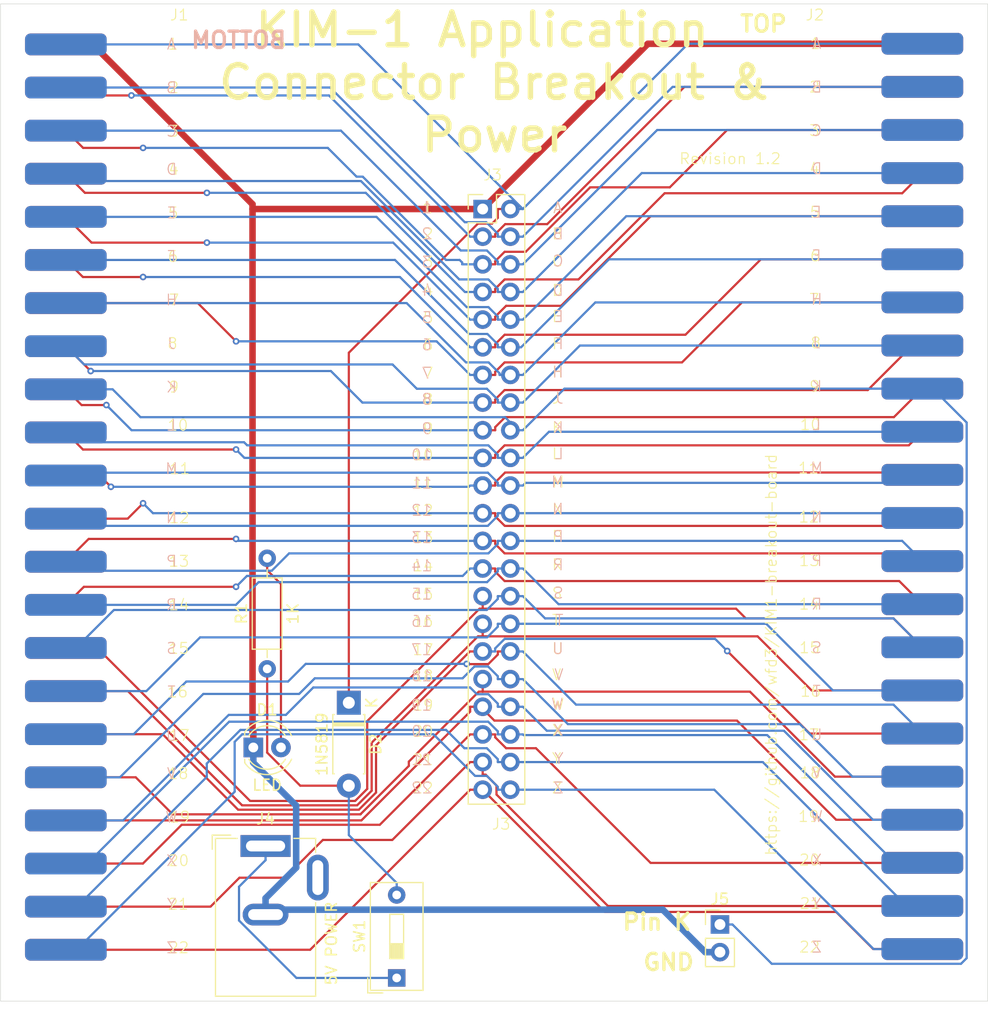
<source format=kicad_pcb>
(kicad_pcb (version 20240108) (generator "pcbnew") (generator_version "8.0")
  (title_block (title "KIM-1 Power Connector") (date "2024-06-01") (rev "1.2"))
  (layers (0 "F.Cu" signal) (31 "B.Cu" signal) (34 "B.Paste" user) (35 "F.Paste" user) (36 "B.SilkS" user "B.Silkscreen") (37 "F.SilkS" user "F.Silkscreen") (38 "B.Mask" user) (39 "F.Mask" user) (44 "Edge.Cuts" user))
  (net 0 "")
  (net 1 "Net-(J1-Pin_21)")
  (net 2 "Net-(J1-Pin_20)")
  (net 3 "Net-(J1-Pin_6)")
  (net 4 "Net-(J1-Pin_13)")
  (net 5 "Net-(J1-Pin_9)")
  (net 6 "Net-(J1-Pin_11)")
  (net 7 "Net-(J1-Pin_8)")
  (net 8 "Net-(J1-Pin_5)")
  (net 9 "Net-(J1-Pin_17)")
  (net 10 "Net-(J1-Pin_16)")
  (net 11 "Net-(J1-Pin_15)")
  (net 12 "Net-(J1-Pin_22)")
  (net 13 "Net-(J1-Pin_18)")
  (net 14 "Net-(J1-Pin_14)")
  (net 15 "Net-(J1-Pin_10)")
  (net 16 "Net-(J1-Pin_19)")
  (net 17 "Net-(J1-Pin_12)")
  (net 18 "Net-(J1-Pin_4)")
  (net 19 "Net-(J1-Pin_2)")
  (net 20 "Net-(J1-Pin_3)")
  (net 21 "Net-(J1-Pin_7)")
  (net 22 "GND")
  (net 23 "Net-(D1-A)")
  (net 24 "Net-(J4-Pad1)")
  (net 25 "Net-(J1-Pin_K)")
  (net 26 "+5V")
  (net 27 "Net-(J1-Pin_D)")
  (net 28 "Net-(J1-Pin_V)")
  (net 29 "Net-(J1-Pin_S)")
  (net 30 "Net-(J1-Pin_U)")
  (net 31 "Net-(J1-Pin_F)")
  (net 32 "Net-(J1-Pin_L)")
  (net 33 "Net-(J1-Pin_P)")
  (net 34 "Net-(J1-Pin_Z)")
  (net 35 "Net-(J1-Pin_Y)")
  (net 36 "Net-(J1-Pin_E)")
  (net 37 "Net-(J1-Pin_T)")
  (net 38 "Net-(J1-Pin_X)")
  (net 39 "Net-(J1-Pin_N)")
  (net 40 "Net-(J1-Pin_W)")
  (net 41 "Net-(J1-Pin_H)")
  (net 42 "Net-(J1-Pin_M)")
  (net 43 "Net-(J1-Pin_J)")
  (net 44 "Net-(J1-Pin_C)")
  (net 45 "Net-(J1-Pin_B)")
  (net 46 "Net-(J1-Pin_R)")
  (net 47 "Net-(D2-A)")
  (footprint "kim1-connectors:pcb_slot_connector_02x22_left" (layer "F.Cu") (at 108.9 97.23)
    (property "Reference" "J1" (hide yes))
    (property "Value" "Conn_01x44")
  )
  (footprint "Connector_BarrelJack:BarrelJack_GCT_DCJ200-10-A_Horizontal" (layer "F.Cu") (at 124.45 131.05)
    (property "Reference" "J4")
    (property "Value" "Barrel_Jack_MountingPin")
  )
  (footprint "Button_Switch_THT:SW_DIP_SPSTx01_Slide_9.78x4.72mm_W7.62mm_P2.54mm" (layer "F.Cu") (at 136.5 143.1675 90)
    (property "Reference" "SW1")
    (property "Value" "5V POWER")
  )
  (footprint "Resistor_THT:R_Axial_DIN0207_L6.3mm_D2.5mm_P10.16mm_Horizontal" (layer "F.Cu") (at 124.6 114.78 90)
    (property "Reference" "R1")
    (property "Value" "1K")
  )
  (footprint "Diode_THT:D_DO-41_SOD81_P7.62mm_Horizontal" (layer "F.Cu") (at 132.1 117.89 -90)
    (property "Reference" "D2")
    (property "Value" "1N5819")
  )
  (footprint "Connector_PinHeader_2.54mm:PinHeader_1x02_P2.54mm_Vertical" (layer "F.Cu") (at 166.2 138.26)
    (property "Reference" "J5")
    (property "Value" "Conn_01x02_Pin")
  )
  (footprint "kim1-connectors:pcb_slot_connector_02x22_right" (layer "F.Cu") (at 180.1 97.17)
    (property "Reference" "J2" (hide yes))
    (property "Value" "Conn_01x44")
  )
  (footprint "LED_THT:LED_D4.0mm" (layer "F.Cu") (at 123.325 122)
    (property "Reference" "D1")
    (property "Value" "LED")
  )
  (footprint "kim1-connectors:PinHeader_2x22_P2.54_Vertical_KIM1" (layer "F.Cu") (at 146.1 129.54)
    (property "Reference" "J3")
    (property "Value" "Conn_02x22_Top_Bottom")
  )
  (gr_rect (start 100.1 53.7) (end 190.8 145.3) (stroke (width 0.05)) (fill none) (layer "Edge.Cuts"))
  (gr_text "7" (at 139.8 88.2 -0) (layer "B.SilkS") (effects (font (size 1 1) (thickness 0.1)) (justify left bottom mirror)))
  (gr_text "H" (at 151.9 88.1 -0) (layer "B.SilkS") (effects (font (size 1 1) (thickness 0.1)) (justify left bottom mirror)))
  (gr_text "22" (at 139.8 126.3 0) (layer "B.SilkS") (effects (font (size 1 1) (thickness 0.1)) (justify left bottom mirror)))
  (gr_text "L" (at 151.9 95.6 -0) (layer "B.SilkS") (effects (font (size 1 1) (thickness 0.1)) (justify left bottom mirror)))
  (gr_text "4" (at 139.8 80.6 -0) (layer "B.SilkS") (effects (font (size 1 1) (thickness 0.1)) (justify left bottom mirror)))
  (gr_text "M" (at 151.9 98.2 -0) (layer "B.SilkS") (effects (font (size 1 1) (thickness 0.1)) (justify left bottom mirror)))
  (gr_text "Y" (at 151.9 123.6 -0) (layer "B.SilkS") (effects (font (size 1 1) (thickness 0.1)) (justify left bottom mirror)))
  (gr_text "F" (at 151.9 85.5 -0) (layer "B.SilkS") (effects (font (size 1 1) (thickness 0.1)) (justify left bottom mirror)))
  (gr_text "16" (at 139.8 111 -0) (layer "B.SilkS") (effects (font (size 1 1) (thickness 0.1)) (justify left bottom mirror)))
  (gr_text "5" (at 139.8 83.1 -0) (layer "B.SilkS") (effects (font (size 1 1) (thickness 0.1)) (justify left bottom mirror)))
  (gr_text "A" (at 151.8 73 -0) (layer "B.SilkS") (effects (font (size 1 1) (thickness 0.1)) (justify left bottom mirror)))
  (gr_text "W" (at 151.9 118.6 -0) (layer "B.SilkS") (effects (font (size 1 1) (thickness 0.1)) (justify left bottom mirror)))
  (gr_text "D" (at 151.9 80.6 0) (layer "B.SilkS") (effects (font (size 1 1) (thickness 0.1)) (justify left bottom mirror)))
  (gr_text "BOTTOM" (at 126.5 57.9 0) (layer "B.SilkS") (effects (font (size 1.5 1.5) (thickness 0.3) (bold yes)) (justify left bottom mirror)))
  (gr_text "13" (at 139.8 103.3 -0) (layer "B.SilkS") (effects (font (size 1 1) (thickness 0.1)) (justify left bottom mirror)))
  (gr_text "C" (at 151.9 77.9 -0) (layer "B.SilkS") (effects (font (size 1 1) (thickness 0.1)) (justify left bottom mirror)))
  (gr_text "B" (at 151.9 75.4 -0) (layer "B.SilkS") (effects (font (size 1 1) (thickness 0.1)) (justify left bottom mirror)))
  (gr_text "J" (at 151.9 90.5 -0) (layer "B.SilkS") (effects (font (size 1 1) (thickness 0.1)) (justify left bottom mirror)))
  (gr_text "19" (at 139.8 118.7 -0) (layer "B.SilkS") (effects (font (size 1 1) (thickness 0.1)) (justify left bottom mirror)))
  (gr_text "14" (at 139.8 105.9 -0) (layer "B.SilkS") (effects (font (size 1 1) (thickness 0.1)) (justify left bottom mirror)))
  (gr_text "3" (at 139.8 78 -0) (layer "B.SilkS") (effects (font (size 1 1) (thickness 0.1)) (justify left bottom mirror)))
  (gr_text "N" (at 151.9 100.7 -0) (layer "B.SilkS") (effects (font (size 1 1) (thickness 0.1)) (justify left bottom mirror)))
  (gr_text "8" (at 139.8 90.6 -0) (layer "B.SilkS") (effects (font (size 1 1) (thickness 0.1)) (justify left bottom mirror)))
  (gr_text "K" (at 151.9 93.2 -0) (layer "B.SilkS") (effects (font (size 1 1) (thickness 0.1)) (justify left bottom mirror)))
  (gr_text "15" (at 139.8 108.5 -0) (layer "B.SilkS") (effects (font (size 1 1) (thickness 0.1)) (justify left bottom mirror)))
  (gr_text "V" (at 151.9 115.9 -0) (layer "B.SilkS") (effects (font (size 1 1) (thickness 0.1)) (justify left bottom mirror)))
  (gr_text "21" (at 139.8 123.7 -0) (layer "B.SilkS") (effects (font (size 1 1) (thickness 0.1)) (justify left bottom mirror)))
  (gr_text "2\n" (at 139.8 75.4 -0) (layer "B.SilkS") (effects (font (size 1 1) (thickness 0.1)) (justify left bottom mirror)))
  (gr_text "6" (at 139.8 85.6 -0) (layer "B.SilkS") (effects (font (size 1 1) (thickness 0.1)) (justify left bottom mirror)))
  (gr_text "T" (at 151.9 110.9 -0) (layer "B.SilkS") (effects (font (size 1 1) (thickness 0.1)) (justify left bottom mirror)))
  (gr_text "1" (at 139.8 73 -0) (layer "B.SilkS") (effects (font (size 1 1) (thickness 0.125)) (justify left bottom mirror)))
  (gr_text "18" (at 139.8 116 -0) (layer "B.SilkS") (effects (font (size 1 1) (thickness 0.1)) (justify left bottom mirror)))
  (gr_text "X" (at 151.9 121 -0) (layer "B.SilkS") (effects (font (size 1 1) (thickness 0.1)) (justify left bottom mirror)))
  (gr_text "E" (at 151.9 83 -0) (layer "B.SilkS") (effects (font (size 1 1) (thickness 0.1)) (justify left bottom mirror)))
  (gr_text "S" (at 151.9 108.4 -0) (layer "B.SilkS") (effects (font (size 1 1) (thickness 0.1)) (justify left bottom mirror)))
  (gr_text "Z" (at 151.9 126.3 -0) (layer "B.SilkS") (effects (font (size 1 1) (thickness 0.1)) (justify left bottom mirror)))
  (gr_text "20" (at 139.8 121.1 -0) (layer "B.SilkS") (effects (font (size 1 1) (thickness 0.1)) (justify left bottom mirror)))
  (gr_text "R" (at 151.9 105.8 -0) (layer "B.SilkS") (effects (font (size 1 1) (thickness 0.1)) (justify left bottom mirror)))
  (gr_text "P" (at 151.9 103.2 -0) (layer "B.SilkS") (effects (font (size 1 1) (thickness 0.1)) (justify left bottom mirror)))
  (gr_text "10" (at 139.8 95.7 -0) (layer "B.SilkS") (effects (font (size 1 1) (thickness 0.1)) (justify left bottom mirror)))
  (gr_text "12" (at 139.8 100.8 -0) (layer "B.SilkS") (effects (font (size 1 1) (thickness 0.1)) (justify left bottom mirror)))
  (gr_text "U" (at 151.9 113.5 -0) (layer "B.SilkS") (effects (font (size 1 1) (thickness 0.1)) (justify left bottom mirror)))
  (gr_text "11" (at 139.8 98.3 -0) (layer "B.SilkS") (effects (font (size 1 1) (thickness 0.1)) (justify left bottom mirror)))
  (gr_text "9" (at 139.8 93.3 -0) (layer "B.SilkS") (effects (font (size 1 1) (thickness 0.1)) (justify left bottom mirror)))
  (gr_text "17" (at 139.8 113.6 -0) (layer "B.SilkS") (effects (font (size 1 1) (thickness 0.1)) (justify left bottom mirror)))
  (gr_text "U" (at 150.7 113.5 0) (layer "F.SilkS") (effects (font (size 1 1) (thickness 0.1)) (justify left bottom)))
  (gr_text "8" (at 138.852381 90.6 0) (layer "F.SilkS") (effects (font (size 1 1) (thickness 0.1)) (justify left bottom)))
  (gr_text "17" (at 137.9 113.6 0) (layer "F.SilkS") (effects (font (size 1 1) (thickness 0.1)) (justify left bottom)))
  (gr_text "KIM-1 Application \nConnector Breakout &\nPower" (at 145.5 67.5 0) (layer "F.SilkS") (effects (font (size 3 3) (thickness 0.5) (bold yes)) (justify bottom)))
  (gr_text "4" (at 138.852381 80.6 0) (layer "F.SilkS") (effects (font (size 1 1) (thickness 0.1)) (justify left bottom)))
  (gr_text "B" (at 150.7 75.4 0) (layer "F.SilkS") (effects (font (size 1 1) (thickness 0.1)) (justify left bottom)))
  (gr_text "22" (at 137.9 126.3 0) (layer "F.SilkS") (effects (font (size 1 1) (thickness 0.1)) (justify left bottom)))
  (gr_text "1" (at 138.777381 73 0) (layer "F.SilkS") (effects (font (size 1 1) (thickness 0.125)) (justify left bottom)))
  (gr_text "Z" (at 150.7 126.3 0) (layer "F.SilkS") (effects (font (size 1 1) (thickness 0.1)) (justify left bottom)))
  (gr_text "E" (at 150.7 83 0) (layer "F.SilkS") (effects (font (size 1 1) (thickness 0.1)) (justify left bottom)))
  (gr_text "Revision 1.2" (at 162.4 68.5 0) (layer "F.SilkS") (effects (font (size 1 1) (thickness 0.1)) (justify left bottom)))
  (gr_text "2\n" (at 138.852381 75.4 0) (layer "F.SilkS") (effects (font (size 1 1) (thickness 0.1)) (justify left bottom)))
  (gr_text "W" (at 150.7 118.6 0) (layer "F.SilkS") (effects (font (size 1 1) (thickness 0.1)) (justify left bottom)))
  (gr_text "S" (at 150.7 108.4 0) (layer "F.SilkS") (effects (font (size 1 1) (thickness 0.1)) (justify left bottom)))
  (gr_text "https://github.com/wfd3/KIM1-breakout-board" (at 171.5 132 90) (layer "F.SilkS") (effects (font (size 1 1) (thickness 0.1)) (justify left bottom)))
  (gr_text "9" (at 138.852381 93.3 0) (layer "F.SilkS") (effects (font (size 1 1) (thickness 0.1)) (justify left bottom)))
  (gr_text "P" (at 150.7 103.2 0) (layer "F.SilkS") (effects (font (size 1 1) (thickness 0.1)) (justify left bottom)))
  (gr_text "V" (at 150.7 115.9 0) (layer "F.SilkS") (effects (font (size 1 1) (thickness 0.1)) (justify left bottom)))
  (gr_text "D" (at 150.7 80.6 0) (layer "F.SilkS") (effects (font (size 1 1) (thickness 0.1)) (justify left bottom)))
  (gr_text "18" (at 137.9 116 0) (layer "F.SilkS") (effects (font (size 1 1) (thickness 0.1)) (justify left bottom)))
  (gr_text "10" (at 137.9 95.7 0) (layer "F.SilkS") (effects (font (size 1 1) (thickness 0.1)) (justify left bottom)))
  (gr_text "12" (at 137.9 100.8 0) (layer "F.SilkS") (effects (font (size 1 1) (thickness 0.1)) (justify left bottom)))
  (gr_text "N" (at 150.7 100.7 0) (layer "F.SilkS") (effects (font (size 1 1) (thickness 0.1)) (justify left bottom)))
  (gr_text "3" (at 138.852381 78 0) (layer "F.SilkS") (effects (font (size 1 1) (thickness 0.1)) (justify left bottom)))
  (gr_text "TOP" (at 167.9 56.4 0) (layer "F.SilkS") (effects (font (size 1.5 1.5) (thickness 0.3) (bold yes)) (justify left bottom)))
  (gr_text "T" (at 150.7 110.9 0) (layer "F.SilkS") (effects (font (size 1 1) (thickness 0.1)) (justify left bottom)))
  (gr_text "J1" (at 115.6 55.3 0) (layer "F.SilkS") (effects (font (size 1 1) (thickness 0.1)) (justify left bottom)))
  (gr_text "7" (at 138.852381 88.2 0) (layer "F.SilkS") (effects (font (size 1 1) (thickness 0.1)) (justify left bottom)))
  (gr_text "GND" (at 159 142.6 0) (layer "F.SilkS") (effects (font (size 1.5 1.5) (thickness 0.3) (bold yes)) (justify left bottom)))
  (gr_text "X" (at 150.7 121 0) (layer "F.SilkS") (effects (font (size 1 1) (thickness 0.1)) (justify left bottom)))
  (gr_text "L" (at 150.7 95.6 0) (layer "F.SilkS") (effects (font (size 1 1) (thickness 0.1)) (justify left bottom)))
  (gr_text "5V POWER" (at 130.5 140 90) (layer "F.SilkS") (effects (font (size 1 1))))
  (gr_text "R" (at 150.7 105.8 0) (layer "F.SilkS") (effects (font (size 1 1) (thickness 0.1)) (justify left bottom)))
  (gr_text "Pin K" (at 157.1 138.9 0) (layer "F.SilkS") (effects (font (size 1.5 1.5) (thickness 0.3) (bold yes)) (justify left bottom)))
  (gr_text "Y" (at 150.7 123.6 0) (layer "F.SilkS") (effects (font (size 1 1) (thickness 0.1)) (justify left bottom)))
  (gr_text "H" (at 150.7 88.1 0) (layer "F.SilkS") (effects (font (size 1 1) (thickness 0.1)) (justify left bottom)))
  (gr_text "5" (at 138.852381 83.1 0) (layer "F.SilkS") (effects (font (size 1 1) (thickness 0.1)) (justify left bottom)))
  (gr_text "C" (at 150.7 77.9 0) (layer "F.SilkS") (effects (font (size 1 1) (thickness 0.1)) (justify left bottom)))
  (gr_text "14" (at 137.9 105.9 0) (layer "F.SilkS") (effects (font (size 1 1) (thickness 0.1)) (justify left bottom)))
  (gr_text "K" (at 150.7 93.2 0) (layer "F.SilkS") (effects (font (size 1 1) (thickness 0.1)) (justify left bottom)))
  (gr_text "6" (at 138.852381 85.6 0) (layer "F.SilkS") (effects (font (size 1 1) (thickness 0.1)) (justify left bottom)))
  (gr_text "21" (at 137.9 123.7 0) (layer "F.SilkS") (effects (font (size 1 1) (thickness 0.1)) (justify left bottom)))
  (gr_text "11" (at 137.9 98.3 0) (layer "F.SilkS") (effects (font (size 1 1) (thickness 0.1)) (justify left bottom)))
  (gr_text "A" (at 150.8 73 0) (layer "F.SilkS") (effects (font (size 1 1) (thickness 0.1)) (justify left bottom)))
  (gr_text "13" (at 137.9 103.3 0) (layer "F.SilkS") (effects (font (size 1 1) (thickness 0.1)) (justify left bottom)))
  (gr_text "J" (at 150.7 90.5 0) (layer "F.SilkS") (effects (font (size 1 1) (thickness 0.1)) (justify left bottom)))
  (gr_text "J3" (at 144.4 70 0) (layer "F.SilkS") (effects (font (size 1 1) (thickness 0.1)) (justify left bottom)))
  (gr_text "J2" (at 174 55.3 0) (layer "F.SilkS") (effects (font (size 1 1) (thickness 0.1)) (justify left bottom)))
  (gr_text "F" (at 150.7 85.5 0) (layer "F.SilkS") (effects (font (size 1 1) (thickness 0.1)) (justify left bottom)))
  (gr_text "19" (at 137.9 118.7 0) (layer "F.SilkS") (effects (font (size 1 1) (thickness 0.1)) (justify left bottom)))
  (gr_text "M" (at 150.7 98.2 0) (layer "F.SilkS") (effects (font (size 1 1) (thickness 0.1)) (justify left bottom)))
  (gr_text "20" (at 137.9 121.1 0) (layer "F.SilkS") (effects (font (size 1 1) (thickness 0.1)) (justify left bottom)))
  (gr_text "15" (at 137.9 108.5 0) (layer "F.SilkS") (effects (font (size 1 1) (thickness 0.1)) (justify left bottom)))
  (gr_text "16" (at 137.9 111 0) (layer "F.SilkS") (effects (font (size 1 1) (thickness 0.1)) (justify left bottom)))
  (segment (start 144.4 123.34) (end 144.4 124.4917) (width 0.2) (layer "F.Cu") (net 1))
  (segment (start 144.4 123.34) (end 143.2483 123.34) (width 0.2) (layer "F.Cu") (net 1))
  (segment (start 184.8 136.56) (end 155.9066 136.56) (width 0.2) (layer "F.Cu") (net 1))
  (segment (start 143.2483 123.34) (end 136.0947 130.4936) (width 0.2) (layer "F.Cu") (net 1))
  (segment (start 136.0947 130.4936) (end 129.7162 130.4936) (width 0.2) (layer "F.Cu") (net 1))
  (segment (start 129.7162 130.4936) (end 126.2477 133.9621) (width 0.2) (layer "F.Cu") (net 1))
  (segment (start 119.3919 136.62) (end 106.1 136.62) (width 0.2) (layer "F.Cu") (net 1))
  (segment (start 122.0498 133.9621) (end 119.3919 136.62) (width 0.2) (layer "F.Cu") (net 1))
  (segment (start 155.9066 136.56) (end 145.67 126.3234) (width 0.2) (layer "F.Cu") (net 1))
  (segment (start 145.67 125.4932) (end 144.6685 124.4917) (width 0.2) (layer "F.Cu") (net 1))
  (segment (start 144.6685 124.4917) (end 144.4 124.4917) (width 0.2) (layer "F.Cu") (net 1))
  (segment (start 126.2477 133.9621) (end 122.0498 133.9621) (width 0.2) (layer "F.Cu") (net 1))
  (segment (start 145.67 126.3234) (end 145.67 125.4932) (width 0.2) (layer "F.Cu") (net 1))
  (segment (start 145.5517 121.0685) (end 145.5517 120.8) (width 0.2) (layer "F.Cu") (net 2))
  (segment (start 146.5532 122.07) (end 145.5517 121.0685) (width 0.2) (layer "F.Cu") (net 2))
  (segment (start 143.2483 120.8) (end 134.9481 129.1002) (width 0.2) (layer "F.Cu") (net 2))
  (segment (start 184.8 132.6) (end 159.8279 132.6) (width 0.2) (layer "F.Cu") (net 2))
  (segment (start 113.1853 132.66) (end 106.1 132.66) (width 0.2) (layer "F.Cu") (net 2))
  (segment (start 116.7451 129.1002) (end 113.1853 132.66) (width 0.2) (layer "F.Cu") (net 2))
  (segment (start 144.4 120.8) (end 145.5517 120.8) (width 0.2) (layer "F.Cu") (net 2))
  (segment (start 144.4 120.8) (end 143.2483 120.8) (width 0.2) (layer "F.Cu") (net 2))
  (segment (start 149.2979 122.07) (end 146.5532 122.07) (width 0.2) (layer "F.Cu") (net 2))
  (segment (start 134.9481 129.1002) (end 116.7451 129.1002) (width 0.2) (layer "F.Cu") (net 2))
  (segment (start 159.8279 132.6) (end 149.2979 122.07) (width 0.2) (layer "F.Cu") (net 2))
  (segment (start 113.1954 78.7857) (end 107.6657 78.7857) (width 0.2) (layer "F.Cu") (net 3))
  (segment (start 107.6657 78.7857) (end 106.1 77.22) (width 0.2) (layer "F.Cu") (net 3))
  (segment (start 144.4 85.24) (end 145.5517 85.24) (width 0.2) (layer "F.Cu") (net 3))
  (segment (start 163.03 84.0883) (end 169.9583 77.16) (width 0.2) (layer "F.Cu") (net 3))
  (segment (start 169.9583 77.16) (end 184.8 77.16) (width 0.2) (layer "F.Cu") (net 3))
  (segment (start 145.5517 84.952) (end 146.4154 84.0883) (width 0.2) (layer "F.Cu") (net 3))
  (segment (start 145.5517 85.24) (end 145.5517 84.952) (width 0.2) (layer "F.Cu") (net 3))
  (segment (start 146.4154 84.0883) (end 163.03 84.0883) (width 0.2) (layer "F.Cu") (net 3))
  (via (at 113.1954 78.7857) (size 0.6) (drill 0.3) (layers "F.Cu" "B.Cu") (net 3))
  (segment (start 113.1954 78.7857) (end 136.794 78.7857) (width 0.2) (layer "B.Cu") (net 3))
  (segment (start 144.4 85.24) (end 143.2483 85.24) (width 0.2) (layer "B.Cu") (net 3))
  (segment (start 136.794 78.7857) (end 143.2483 85.24) (width 0.2) (layer "B.Cu") (net 3))
  (segment (start 184.0917 104.1717) (end 184.8 104.88) (width 0.2) (layer "F.Cu") (net 4))
  (segment (start 146.4154 104.1717) (end 184.0917 104.1717) (width 0.2) (layer "F.Cu") (net 4))
  (segment (start 121.7396 102.843) (end 108.197 102.843) (width 0.2) (layer "F.Cu") (net 4))
  (segment (start 145.5517 103.308) (end 146.4154 104.1717) (width 0.2) (layer "F.Cu") (net 4))
  (segment (start 144.4 103.02) (end 145.5517 103.02) (width 0.2) (layer "F.Cu") (net 4))
  (segment (start 145.5517 103.02) (end 145.5517 103.308) (width 0.2) (layer "F.Cu") (net 4))
  (segment (start 108.197 102.843) (end 106.1 104.94) (width 0.2) (layer "F.Cu") (net 4))
  (via (at 121.7396 102.843) (size 0.6) (drill 0.3) (layers "F.Cu" "B.Cu") (net 4))
  (segment (start 144.4 103.02) (end 121.9166 103.02) (width 0.2) (layer "B.Cu") (net 4))
  (segment (start 121.9166 103.02) (end 121.7396 102.843) (width 0.2) (layer "B.Cu") (net 4))
  (segment (start 145.5517 92.5721) (end 146.4674 91.6564) (width 0.2) (layer "F.Cu") (net 5))
  (segment (start 146.4674 91.6564) (end 182.1836 91.6564) (width 0.2) (layer "F.Cu") (net 5))
  (segment (start 145.5517 92.86) (end 145.5517 92.5721) (width 0.2) (layer "F.Cu") (net 5))
  (segment (start 109.8248 90.546) (end 107.546 90.546) (width 0.2) (layer "F.Cu") (net 5))
  (segment (start 182.1836 91.6564) (end 184.8 89.04) (width 0.2) (layer "F.Cu") (net 5))
  (segment (start 144.4 92.86) (end 145.5517 92.86) (width 0.2) (layer "F.Cu") (net 5))
  (segment (start 107.546 90.546) (end 106.1 89.1) (width 0.2) (layer "F.Cu") (net 5))
  (via (at 109.8248 90.546) (size 0.6) (drill 0.3) (layers "F.Cu" "B.Cu") (net 5))
  (segment (start 144.4 92.86) (end 143.2483 92.86) (width 0.2) (layer "B.Cu") (net 5))
  (segment (start 112.1388 92.86) (end 109.8248 90.546) (width 0.2) (layer "B.Cu") (net 5))
  (segment (start 143.2483 92.86) (end 112.1388 92.86) (width 0.2) (layer "B.Cu") (net 5))
  (segment (start 184.5825 96.7425) (end 184.8 96.96) (width 0.2) (layer "F.Cu") (net 6))
  (segment (start 146.4613 96.7425) (end 184.5825 96.7425) (width 0.2) (layer "F.Cu") (net 6))
  (segment (start 144.4 97.94) (end 145.5517 97.94) (width 0.2) (layer "F.Cu") (net 6))
  (segment (start 109.2053 97.02) (end 106.1 97.02) (width 0.2) (layer "F.Cu") (net 6))
  (segment (start 145.5517 97.94) (end 145.5517 97.6521) (width 0.2) (layer "F.Cu") (net 6))
  (segment (start 110.24 98.0547) (end 109.2053 97.02) (width 0.2) (layer "F.Cu") (net 6))
  (segment (start 145.5517 97.6521) (end 146.4613 96.7425) (width 0.2) (layer "F.Cu") (net 6))
  (via (at 110.24 98.0547) (size 0.6) (drill 0.3) (layers "F.Cu" "B.Cu") (net 6))
  (segment (start 110.24 98.0547) (end 143.1336 98.0547) (width 0.2) (layer "B.Cu") (net 6))
  (segment (start 143.1336 98.0547) (end 143.2483 97.94) (width 0.2) (layer "B.Cu") (net 6))
  (segment (start 144.4 97.94) (end 143.2483 97.94) (width 0.2) (layer "B.Cu") (net 6))
  (segment (start 108.3828 87.4228) (end 106.1 85.14) (width 0.2) (layer "F.Cu") (net 7))
  (segment (start 183.8735 85.08) (end 184.8 85.08) (width 0.2) (layer "F.Cu") (net 7))
  (segment (start 145.5517 90.032) (end 146.4154 89.1683) (width 0.2) (layer "F.Cu") (net 7))
  (segment (start 179.7852 89.1683) (end 183.8735 85.08) (width 0.2) (layer "F.Cu") (net 7))
  (segment (start 145.5517 90.32) (end 145.5517 90.032) (width 0.2) (layer "F.Cu") (net 7))
  (segment (start 146.4154 89.1683) (end 179.7852 89.1683) (width 0.2) (layer "F.Cu") (net 7))
  (segment (start 144.4 90.32) (end 145.5517 90.32) (width 0.2) (layer "F.Cu") (net 7))
  (via (at 108.3828 87.4228) (size 0.6) (drill 0.3) (layers "F.Cu" "B.Cu") (net 7))
  (segment (start 130.4552 87.4228) (end 108.3828 87.4228) (width 0.2) (layer "B.Cu") (net 7))
  (segment (start 144.4 90.32) (end 143.2483 90.32) (width 0.2) (layer "B.Cu") (net 7))
  (segment (start 133.3524 90.32) (end 130.4552 87.4228) (width 0.2) (layer "B.Cu") (net 7))
  (segment (start 143.2483 90.32) (end 133.3524 90.32) (width 0.2) (layer "B.Cu") (net 7))
  (segment (start 145.5517 82.7) (end 145.5517 82.4315) (width 0.2) (layer "F.Cu") (net 8))
  (segment (start 146.5532 81.43) (end 151.6053 81.43) (width 0.2) (layer "F.Cu") (net 8))
  (segment (start 108.4655 75.6255) (end 106.1 73.26) (width 0.2) (layer "F.Cu") (net 8))
  (segment (start 145.5517 82.4315) (end 146.5532 81.43) (width 0.2) (layer "F.Cu") (net 8))
  (segment (start 144.4 82.7) (end 145.5517 82.7) (width 0.2) (layer "F.Cu") (net 8))
  (segment (start 119.06 75.6255) (end 108.4655 75.6255) (width 0.2) (layer "F.Cu") (net 8))
  (segment (start 151.6053 81.43) (end 159.8353 73.2) (width 0.2) (layer "F.Cu") (net 8))
  (segment (start 159.8353 73.2) (end 184.8 73.2) (width 0.2) (layer "F.Cu") (net 8))
  (via (at 119.06 75.6255) (size 0.6) (drill 0.3) (layers "F.Cu" "B.Cu") (net 8))
  (segment (start 136.1738 75.6255) (end 143.2483 82.7) (width 0.2) (layer "B.Cu") (net 8))
  (segment (start 144.4 82.7) (end 143.2483 82.7) (width 0.2) (layer "B.Cu") (net 8))
  (segment (start 119.06 75.6255) (end 136.1738 75.6255) (width 0.2) (layer "B.Cu") (net 8))
  (segment (start 144.4 113.18) (end 143.2197 113.18) (width 0.2) (layer "F.Cu") (net 9))
  (segment (start 114.9942 120.78) (end 106.1 120.78) (width 0.2) (layer "F.Cu") (net 9))
  (segment (start 174.4514 120.72) (end 184.8 120.72) (width 0.2) (layer "F.Cu") (net 9))
  (segment (start 134.6018 126.1385) (end 133.0252 127.7151) (width 0.2) (layer "F.Cu") (net 9))
  (segment (start 166.8715 113.1401) (end 174.4514 120.72) (width 0.2) (layer "F.Cu") (net 9))
  (segment (start 143.2197 113.18) (end 134.6018 121.7979) (width 0.2) (layer "F.Cu") (net 9))
  (segment (start 134.6018 121.7979) (end 134.6018 126.1385) (width 0.2) (layer "F.Cu") (net 9))
  (segment (start 133.0252 127.7151) (end 121.9293 127.7151) (width 0.2) (layer "F.Cu") (net 9))
  (segment (start 121.9293 127.7151) (end 114.9942 120.78) (width 0.2) (layer "F.Cu") (net 9))
  (via (at 166.8715 113.1401) (size 0.6) (drill 0.3) (layers "F.Cu" "B.Cu") (net 9))
  (segment (start 165.7553 112.0239) (end 166.8715 113.1401) (width 0.2) (layer "B.Cu") (net 9))
  (segment (start 145.5517 112.8921) (end 146.4199 112.0239) (width 0.2) (layer "B.Cu") (net 9))
  (segment (start 145.5517 113.18) (end 145.5517 112.8921) (width 0.2) (layer "B.Cu") (net 9))
  (segment (start 146.4199 112.0239) (end 165.7553 112.0239) (width 0.2) (layer "B.Cu") (net 9))
  (segment (start 144.4 113.18) (end 145.5517 113.18) (width 0.2) (layer "B.Cu") (net 9))
  (segment (start 143.9681 111.7917) (end 144.4 111.7917) (width 0.2) (layer "F.Cu") (net 10))
  (segment (start 134.2001 125.9722) (end 134.2001 121.5597) (width 0.2) (layer "F.Cu") (net 10))
  (segment (start 144.4 110.64) (end 144.4 111.7917) (width 0.2) (layer "F.Cu") (net 10))
  (segment (start 144.4 111.7917) (end 169.6567 111.7917) (width 0.2) (layer "F.Cu") (net 10))
  (segment (start 106.1 116.82) (end 111.8024 116.82) (width 0.2) (layer "F.Cu") (net 10))
  (segment (start 174.625 116.76) (end 184.8 116.76) (width 0.2) (layer "F.Cu") (net 10))
  (segment (start 122.2958 127.3134) (end 132.8589 127.3134) (width 0.2) (layer "F.Cu") (net 10))
  (segment (start 169.6567 111.7917) (end 174.625 116.76) (width 0.2) (layer "F.Cu") (net 10))
  (segment (start 134.2001 121.5597) (end 143.9681 111.7917) (width 0.2) (layer "F.Cu") (net 10))
  (segment (start 111.8024 116.82) (end 122.2958 127.3134) (width 0.2) (layer "F.Cu") (net 10))
  (segment (start 132.8589 127.3134) (end 134.2001 125.9722) (width 0.2) (layer "F.Cu") (net 10))
  (segment (start 168.5745 110.1436) (end 182.1436 110.1436) (width 0.2) (layer "F.Cu") (net 11))
  (segment (start 182.1436 110.1436) (end 184.8 112.8) (width 0.2) (layer "F.Cu") (net 11))
  (segment (start 123.0295 126.9117) (end 132.6806 126.9117) (width 0.2) (layer "F.Cu") (net 11))
  (segment (start 144.1121 109.2517) (end 144.4 109.2517) (width 0.2) (layer "F.Cu") (net 11))
  (segment (start 106.1 112.86) (end 108.9778 112.86) (width 0.2) (layer "F.Cu") (net 11))
  (segment (start 167.6826 109.2517) (end 168.5745 110.1436) (width 0.2) (layer "F.Cu") (net 11))
  (segment (start 133.7917 125.8006) (end 133.7917 119.5721) (width 0.2) (layer "F.Cu") (net 11))
  (segment (start 144.4 108.1) (end 144.4 109.2517) (width 0.2) (layer "F.Cu") (net 11))
  (segment (start 132.6806 126.9117) (end 133.7917 125.8006) (width 0.2) (layer "F.Cu") (net 11))
  (segment (start 108.9778 112.86) (end 123.0295 126.9117) (width 0.2) (layer "F.Cu") (net 11))
  (segment (start 133.7917 119.5721) (end 144.1121 109.2517) (width 0.2) (layer "F.Cu") (net 11))
  (segment (start 144.4 109.2517) (end 167.6826 109.2517) (width 0.2) (layer "F.Cu") (net 11))
  (segment (start 144.4 125.88) (end 155.6283 137.1083) (width 0.2) (layer "F.Cu") (net 12))
  (segment (start 128.5483 140.58) (end 106.1 140.58) (width 0.2) (layer "F.Cu") (net 12))
  (segment (start 144.4 125.88) (end 143.2483 125.88) (width 0.2) (layer "F.Cu") (net 12))
  (segment (start 176.8741 137.1083) (end 180.2858 140.52) (width 0.2) (layer "F.Cu") (net 12))
  (segment (start 180.2858 140.52) (end 184.8 140.52) (width 0.2) (layer "F.Cu") (net 12))
  (segment (start 155.6283 137.1083) (end 176.8741 137.1083) (width 0.2) (layer "F.Cu") (net 12))
  (segment (start 143.2483 125.88) (end 128.5483 140.58) (width 0.2) (layer "F.Cu") (net 12))
  (segment (start 144.4 115.72) (end 144.4 116.8717) (width 0.2) (layer "F.Cu") (net 13))
  (segment (start 168.9557 116.8717) (end 176.764 124.68) (width 0.2) (layer "F.Cu") (net 13))
  (segment (start 133.1668 128.1416) (end 133.1923 128.1161) (width 0.2) (layer "F.Cu") (net 13))
  (segment (start 112.5194 124.74) (end 115.921 128.1416) (width 0.2) (layer "F.Cu") (net 13))
  (segment (start 137.613 123.6954) (end 137.613 123.2988) (width 0.2) (layer "F.Cu") (net 13))
  (segment (start 133.1923 128.116) (end 133.1924 128.116) (width 0.2) (layer "F.Cu") (net 13))
  (segment (start 137.613 123.2988) (end 144.0401 116.8717) (width 0.2) (layer "F.Cu") (net 13))
  (segment (start 115.921 128.1416) (end 133.1668 128.1416) (width 0.2) (layer "F.Cu") (net 13))
  (segment (start 144.0401 116.8717) (end 144.4 116.8717) (width 0.2) (layer "F.Cu") (net 13))
  (segment (start 144.4 116.8717) (end 168.9557 116.8717) (width 0.2) (layer "F.Cu") (net 13))
  (segment (start 176.764 124.68) (end 184.8 124.68) (width 0.2) (layer "F.Cu") (net 13))
  (segment (start 133.1924 128.116) (end 137.613 123.6954) (width 0.2) (layer "F.Cu") (net 13))
  (segment (start 106.1 124.74) (end 112.5194 124.74) (width 0.2) (layer "F.Cu") (net 13))
  (segment (start 133.1923 128.1161) (end 133.1923 128.116) (width 0.2) (layer "F.Cu") (net 13))
  (segment (start 121.7396 107.2397) (end 107.7603 107.2397) (width 0.2) (layer "F.Cu") (net 14))
  (segment (start 144.4 105.56) (end 145.5517 105.56) (width 0.2) (layer "F.Cu") (net 14))
  (segment (start 145.5517 105.848) (end 146.4154 106.7117) (width 0.2) (layer "F.Cu") (net 14))
  (segment (start 146.4154 106.7117) (end 182.6717 106.7117) (width 0.2) (layer "F.Cu") (net 14))
  (segment (start 145.5517 105.56) (end 145.5517 105.848) (width 0.2) (layer "F.Cu") (net 14))
  (segment (start 182.6717 106.7117) (end 184.8 108.84) (width 0.2) (layer "F.Cu") (net 14))
  (segment (start 107.7603 107.2397) (end 106.1 108.9) (width 0.2) (layer "F.Cu") (net 14))
  (via (at 121.7396 107.2397) (size 0.6) (drill 0.3) (layers "F.Cu" "B.Cu") (net 14))
  (segment (start 142.5662 106.2421) (end 122.7372 106.2421) (width 0.2) (layer "B.Cu") (net 14))
  (segment (start 143.2483 105.56) (end 142.5662 106.2421) (width 0.2) (layer "B.Cu") (net 14))
  (segment (start 144.4 105.56) (end 143.2483 105.56) (width 0.2) (layer "B.Cu") (net 14))
  (segment (start 122.7372 106.2421) (end 121.7396 107.2397) (width 0.2) (layer "B.Cu") (net 14))
  (segment (start 144.4 95.4) (end 145.5517 95.4) (width 0.2) (layer "F.Cu") (net 15))
  (segment (start 107.6704 94.6304) (end 106.1 93.06) (width 0.2) (layer "F.Cu") (net 15))
  (segment (start 145.5517 95.4) (end 145.5517 95.112) (width 0.2) (layer "F.Cu") (net 15))
  (segment (start 146.4154 94.2483) (end 183.5517 94.2483) (width 0.2) (layer "F.Cu") (net 15))
  (segment (start 145.5517 95.112) (end 146.4154 94.2483) (width 0.2) (layer "F.Cu") (net 15))
  (segment (start 121.7396 94.6304) (end 107.6704 94.6304) (width 0.2) (layer "F.Cu") (net 15))
  (segment (start 183.5517 94.2483) (end 184.8 93) (width 0.2) (layer "F.Cu") (net 15))
  (via (at 121.7396 94.6304) (size 0.6) (drill 0.3) (layers "F.Cu" "B.Cu") (net 15))
  (segment (start 122.5092 95.4) (end 121.7396 94.6304) (width 0.2) (layer "B.Cu") (net 15))
  (segment (start 144.4 95.4) (end 122.5092 95.4) (width 0.2) (layer "B.Cu") (net 15))
  (segment (start 176.8748 128.64) (end 184.8 128.64) (width 0.2) (layer "F.Cu") (net 16))
  (segment (start 167.7648 119.53) (end 176.8748 128.64) (width 0.2) (layer "F.Cu") (net 16))
  (segment (start 144.2046 118.26) (end 144.0091 118.26) (width 0.2) (layer "F.Cu") (net 16))
  (segment (start 133.2562 128.6985) (end 106.1015 128.6985) (width 0.2) (layer "F.Cu") (net 16))
  (segment (start 144.4 118.26) (end 144.2046 118.26) (width 0.2) (layer "F.Cu") (net 16))
  (segment (start 144.2046 118.26) (end 145.4746 119.53) (width 0.2) (layer "F.Cu") (net 16))
  (segment (start 143.8242 118.26) (end 143.2483 118.26) (width 0.2) (layer "F.Cu") (net 16))
  (segment (start 143.2483 118.7064) (end 133.2562 128.6985) (width 0.2) (layer "F.Cu") (net 16))
  (segment (start 145.4746 119.53) (end 167.7648 119.53) (width 0.2) (layer "F.Cu") (net 16))
  (segment (start 106.1015 128.6985) (end 106.1 128.7) (width 0.2) (layer "F.Cu") (net 16))
  (segment (start 143.8242 118.26) (end 144.0091 118.26) (width 0.2) (layer "F.Cu") (net 16))
  (segment (start 143.2483 118.26) (end 143.2483 118.7064) (width 0.2) (layer "F.Cu") (net 16))
  (segment (start 144.4 100.48) (end 145.5517 100.48) (width 0.2) (layer "F.Cu") (net 17))
  (segment (start 145.5517 100.48) (end 145.5517 100.7679) (width 0.2) (layer "F.Cu") (net 17))
  (segment (start 146.43 101.6462) (end 184.0738 101.6462) (width 0.2) (layer "F.Cu") (net 17))
  (segment (start 184.0738 101.6462) (end 184.8 100.92) (width 0.2) (layer "F.Cu") (net 17))
  (segment (start 145.5517 100.7679) (end 146.43 101.6462) (width 0.2) (layer "F.Cu") (net 17))
  (segment (start 111.783 100.98) (end 106.1 100.98) (width 0.2) (layer "F.Cu") (net 17))
  (segment (start 113.1954 99.5676) (end 111.783 100.98) (width 0.2) (layer "F.Cu") (net 17))
  (via (at 113.1954 99.5676) (size 0.6) (drill 0.3) (layers "F.Cu" "B.Cu") (net 17))
  (segment (start 114.1078 100.48) (end 113.1954 99.5676) (width 0.2) (layer "B.Cu") (net 17))
  (segment (start 144.4 100.48) (end 114.1078 100.48) (width 0.2) (layer "B.Cu") (net 17))
  (segment (start 145.5517 79.872) (end 146.4154 79.0083) (width 0.2) (layer "F.Cu") (net 18))
  (segment (start 153.2012 79.0083) (end 161.1173 71.0922) (width 0.2) (layer "F.Cu") (net 18))
  (segment (start 146.4154 79.0083) (end 153.2012 79.0083) (width 0.2) (layer "F.Cu") (net 18))
  (segment (start 182.9478 71.0922) (end 184.8 69.24) (width 0.2) (layer "F.Cu") (net 18))
  (segment (start 144.4 80.16) (end 145.5517 80.16) (width 0.2) (layer "F.Cu") (net 18))
  (segment (start 107.8511 71.0511) (end 106.1 69.3) (width 0.2) (layer "F.Cu") (net 18))
  (segment (start 119.06 71.0511) (end 107.8511 71.0511) (width 0.2) (layer "F.Cu") (net 18))
  (segment (start 145.5517 80.16) (end 145.5517 79.872) (width 0.2) (layer "F.Cu") (net 18))
  (segment (start 161.1173 71.0922) (end 182.9478 71.0922) (width 0.2) (layer "F.Cu") (net 18))
  (via (at 119.06 71.0511) (size 0.6) (drill 0.3) (layers "F.Cu" "B.Cu") (net 18))
  (segment (start 133.6562 71.0511) (end 142.7651 80.16) (width 0.2) (layer "B.Cu") (net 18))
  (segment (start 142.7651 80.16) (end 144.4 80.16) (width 0.2) (layer "B.Cu") (net 18))
  (segment (start 119.06 71.0511) (end 133.6562 71.0511) (width 0.2) (layer "B.Cu") (net 18))
  (segment (start 162.9354 61.32) (end 150.3271 73.9283) (width 0.2) (layer "F.Cu") (net 19))
  (segment (start 144.4 75.08) (end 145.5517 75.08) (width 0.2) (layer "F.Cu") (net 19))
  (segment (start 112.1254 62.1072) (end 106.8272 62.1072) (width 0.2) (layer "F.Cu") (net 19))
  (segment (start 184.8 61.32) (end 162.9354 61.32) (width 0.2) (layer "F.Cu") (net 19))
  (segment (start 146.4629 73.9283) (end 145.5517 74.8395) (width 0.2) (layer "F.Cu") (net 19))
  (segment (start 106.8272 62.1072) (end 106.1 61.38) (width 0.2) (layer "F.Cu") (net 19))
  (segment (start 145.5517 74.8395) (end 145.5517 75.08) (width 0.2) (layer "F.Cu") (net 19))
  (segment (start 150.3271 73.9283) (end 146.4629 73.9283) (width 0.2) (layer "F.Cu") (net 19))
  (via (at 112.1254 62.1072) (size 0.6) (drill 0.3) (layers "F.Cu" "B.Cu") (net 19))
  (segment (start 144.4 75.08) (end 143.2483 75.08) (width 0.2) (layer "B.Cu") (net 19))
  (segment (start 130.2755 62.1072) (end 143.2483 75.08) (width 0.2) (layer "B.Cu") (net 19))
  (segment (start 112.1254 62.1072) (end 130.2755 62.1072) (width 0.2) (layer "B.Cu") (net 19))
  (segment (start 107.6855 66.9255) (end 106.1 65.34) (width 0.2) (layer "F.Cu") (net 20))
  (segment (start 113.1954 66.9255) (end 107.6855 66.9255) (width 0.2) (layer "F.Cu") (net 20))
  (segment (start 145.5517 77.332) (end 146.4154 76.4683) (width 0.2) (layer "F.Cu") (net 20))
  (segment (start 148.3551 76.4683) (end 154.2743 70.5491) (width 0.2) (layer "F.Cu") (net 20))
  (segment (start 144.4 77.62) (end 145.5517 77.62) (width 0.2) (layer "F.Cu") (net 20))
  (segment (start 161.5896 70.5491) (end 166.8587 65.28) (width 0.2) (layer "F.Cu") (net 20))
  (segment (start 166.8587 65.28) (end 184.8 65.28) (width 0.2) (layer "F.Cu") (net 20))
  (segment (start 154.2743 70.5491) (end 161.5896 70.5491) (width 0.2) (layer "F.Cu") (net 20))
  (segment (start 146.4154 76.4683) (end 148.3551 76.4683) (width 0.2) (layer "F.Cu") (net 20))
  (segment (start 145.5517 77.62) (end 145.5517 77.332) (width 0.2) (layer "F.Cu") (net 20))
  (via (at 113.1954 66.9255) (size 0.6) (drill 0.3) (layers "F.Cu" "B.Cu") (net 20))
  (segment (start 144.4 77.62) (end 142.5172 77.62) (width 0.2) (layer "B.Cu") (net 20))
  (segment (start 133.3792 69.5674) (end 132.8112 69.5674) (width 0.2) (layer "B.Cu") (net 20))
  (segment (start 132.8112 69.5674) (end 130.1693 66.9255) (width 0.2) (layer "B.Cu") (net 20))
  (segment (start 142.5172 77.62) (end 142.5172 77.4537) (width 0.2) (layer "B.Cu") (net 20))
  (segment (start 142.5172 77.4537) (end 142.2818 77.2183) (width 0.2) (layer "B.Cu") (net 20))
  (segment (start 141.0301 77.2183) (end 133.3792 69.5674) (width 0.2) (layer "B.Cu") (net 20))
  (segment (start 142.2818 77.2183) (end 141.0301 77.2183) (width 0.2) (layer "B.Cu") (net 20))
  (segment (start 130.1693 66.9255) (end 113.1954 66.9255) (width 0.2) (layer "B.Cu") (net 20))
  (segment (start 145.5517 87.78) (end 145.5517 87.492) (width 0.2) (layer "F.Cu") (net 21))
  (segment (start 145.5517 87.492) (end 146.4154 86.6283) (width 0.2) (layer "F.Cu") (net 21))
  (segment (start 168.223 81.12) (end 184.8 81.12) (width 0.2) (layer "F.Cu") (net 21))
  (segment (start 146.4154 86.6283) (end 162.7147 86.6283) (width 0.2) (layer "F.Cu") (net 21))
  (segment (start 118.2263 81.18) (end 106.1 81.18) (width 0.2) (layer "F.Cu") (net 21))
  (segment (start 144.4 87.78) (end 145.5517 87.78) (width 0.2) (layer "F.Cu") (net 21))
  (segment (start 121.7396 84.6933) (end 118.2263 81.18) (width 0.2) (layer "F.Cu") (net 21))
  (segment (start 162.7147 86.6283) (end 168.223 81.12) (width 0.2) (layer "F.Cu") (net 21))
  (via (at 121.7396 84.6933) (size 0.6) (drill 0.3) (layers "F.Cu" "B.Cu") (net 21))
  (segment (start 143.2483 87.78) (end 140.1616 84.6933) (width 0.2) (layer "B.Cu") (net 21))
  (segment (start 140.1616 84.6933) (end 121.7396 84.6933) (width 0.2) (layer "B.Cu") (net 21))
  (segment (start 144.4 87.78) (end 143.2483 87.78) (width 0.2) (layer "B.Cu") (net 21))
  (segment (start 123.2531 120.5264) (end 123.2531 72.54) (width 0.6) (layer "F.Cu") (net 22))
  (segment (start 123.325 122) (end 123.325 120.5983) (width 0.6) (layer "F.Cu") (net 22))
  (segment (start 108.572 57.42) (end 106.1 57.42) (width 0.6) (layer "F.Cu") (net 22))
  (segment (start 143.0483 72.54) (end 123.2531 72.54) (width 0.6) (layer "F.Cu") (net 22))
  (segment (start 159.58 57.36) (end 144.4 72.54) (width 0.6) (layer "F.Cu") (net 22))
  (segment (start 123.2531 72.1011) (end 108.572 57.42) (width 0.6) (layer "F.Cu") (net 22))
  (segment (start 123.2531 72.54) (end 123.2531 72.1011) (width 0.6) (layer "F.Cu") (net 22))
  (segment (start 123.325 120.5983) (end 123.2531 120.5264) (width 0.6) (layer "F.Cu") (net 22))
  (segment (start 144.4 72.54) (end 143.0483 72.54) (width 0.6) (layer "F.Cu") (net 22))
  (segment (start 184.8 57.36) (end 159.58 57.36) (width 0.6) (layer "F.Cu") (net 22))
  (segment (start 123.325 122) (end 123.325 123.4017) (width 0.6) (layer "B.Cu") (net 22))
  (segment (start 166.2 140.8) (end 164.8483 140.8) (width 0.6) (layer "B.Cu") (net 22))
  (segment (start 124.45 136.8987) (end 160.947 136.8987) (width 0.6) (layer "B.Cu") (net 22))
  (segment (start 160.947 136.8987) (end 164.8483 140.8) (width 0.6) (layer "B.Cu") (net 22))
  (segment (start 124.45 137.35) (end 124.45 136.8987) (width 0.6) (layer "B.Cu") (net 22))
  (segment (start 123.325 123.4017) (end 127.2611 127.3378) (width 0.6) (layer "B.Cu") (net 22))
  (segment (start 127.2611 133.0372) (end 124.45 135.8483) (width 0.6) (layer "B.Cu") (net 22))
  (segment (start 124.45 136.8987) (end 124.45 135.8483) (width 0.6) (layer "B.Cu") (net 22))
  (segment (start 127.2611 127.3378) (end 127.2611 133.0372) (width 0.6) (layer "B.Cu") (net 22))
  (segment (start 124.6 104.62) (end 124.6 105.7217) (width 0.2) (layer "F.Cu") (net 23))
  (segment (start 125.865 106.9867) (end 124.6 105.7217) (width 0.2) (layer "F.Cu") (net 23))
  (segment (start 125.865 122) (end 125.865 106.9867) (width 0.2) (layer "F.Cu") (net 23))
  (segment (start 127.286 143.1675) (end 122.0111 137.8926) (width 0.2) (layer "B.Cu") (net 24))
  (segment (start 124.45 131.05) (end 124.45 132.3517) (width 0.2) (layer "B.Cu") (net 24))
  (segment (start 122.0111 137.8926) (end 122.0111 134.7906) (width 0.2) (layer "B.Cu") (net 24))
  (segment (start 122.0111 134.7906) (end 124.45 132.3517) (width 0.2) (layer "B.Cu") (net 24))
  (segment (start 136.5 143.1675) (end 127.286 143.1675) (width 0.2) (layer "B.Cu") (net 24))
  (segment (start 188.8688 141.3518) (end 188.3521 141.8685) (width 0.2) (layer "B.Cu") (net 25))
  (segment (start 147.6527 92.86) (end 146.4535 91.6608) (width 0.2) (layer "B.Cu") (net 25))
  (segment (start 146.94 92.86) (end 147.5159 92.86) (width 0.2) (layer "B.Cu") (net 25))
  (segment (start 170.9602 141.8685) (end 167.3517 138.26) (width 0.2) (layer "B.Cu") (net 25))
  (segment (start 112.9563 91.6608) (end 110.3955 89.1) (width 0.2) (layer "B.Cu") (net 25))
  (segment (start 110.3955 89.1) (end 106.1 89.1) (width 0.2) (layer "B.Cu") (net 25))
  (segment (start 146.4535 91.6608) (end 112.9563 91.6608) (width 0.2) (layer "B.Cu") (net 25))
  (segment (start 185.7551 89.04) (end 188.8688 92.1537) (width 0.2) (layer "B.Cu") (net 25))
  (segment (start 188.3521 141.8685) (end 170.9602 141.8685) (width 0.2) (layer "B.Cu") (net 25))
  (segment (start 148.0917 92.86) (end 151.9117 89.04) (width 0.2) (layer "B.Cu") (net 25))
  (segment (start 151.9117 89.04) (end 184.8 89.04) (width 0.2) (layer "B.Cu") (net 25))
  (segment (start 184.8 89.04) (end 185.7551 89.04) (width 0.2) (layer "B.Cu") (net 25))
  (segment (start 147.5159 92.86) (end 147.6527 92.86) (width 0.2) (layer "B.Cu") (net 25))
  (segment (start 147.6527 92.86) (end 148.0917 92.86) (width 0.2) (layer "B.Cu") (net 25))
  (segment (start 188.8688 92.1537) (end 188.8688 141.3518) (width 0.2) (layer "B.Cu") (net 25))
  (segment (start 166.2 138.26) (end 167.3517 138.26) (width 0.2) (layer "B.Cu") (net 25))
  (segment (start 145.7883 73.3545) (end 145.7883 72.54) (width 0.2) (layer "F.Cu") (net 26))
  (segment (start 132.1 117.89) (end 132.1 85.7424) (width 0.2) (layer "F.Cu") (net 26))
  (segment (start 132.1 85.7424) (end 143.9694 73.873) (width 0.2) (layer "F.Cu") (net 26))
  (segment (start 146.94 72.54) (end 145.7883 72.54) (width 0.2) (layer "F.Cu") (net 26))
  (segment (start 145.2698 73.873) (end 145.7883 73.3545) (width 0.2) (layer "F.Cu") (net 26))
  (segment (start 143.9694 73.873) (end 145.2698 73.873) (width 0.2) (layer "F.Cu") (net 26))
  (segment (start 146.94 72.54) (end 148.0917 72.54) (width 0.2) (layer "B.Cu") (net 26))
  (segment (start 148.0917 72.54) (end 163.2717 57.36) (width 0.2) (layer "B.Cu") (net 26))
  (segment (start 163.2717 57.36) (end 184.8 57.36) (width 0.2) (layer "B.Cu") (net 26))
  (segment (start 132.9717 57.42) (end 106.1 57.42) (width 0.2) (layer "B.Cu") (net 26))
  (segment (start 148.0917 72.54) (end 132.9717 57.42) (width 0.2) (layer "B.Cu") (net 26))
  (segment (start 159.0117 69.24) (end 184.8 69.24) (width 0.2) (layer "B.Cu") (net 27))
  (segment (start 145.7883 79.872) (end 144.9246 79.0083) (width 0.2) (layer "B.Cu") (net 27))
  (segment (start 133.2129 69.9691) (end 106.7691 69.9691) (width 0.2) (layer "B.Cu") (net 27))
  (segment (start 148.0917 80.16) (end 159.0117 69.24) (width 0.2) (layer "B.Cu") (net 27))
  (segment (start 147.5159 80.16) (end 148.0917 80.16) (width 0.2) (layer "B.Cu") (net 27))
  (segment (start 142.2521 79.0083) (end 133.2129 69.9691) (width 0.2) (layer "B.Cu") (net 27))
  (segment (start 106.7691 69.9691) (end 106.1 69.3) (width 0.2) (layer "B.Cu") (net 27))
  (segment (start 147.5159 80.16) (end 146.94 80.16) (width 0.2) (layer "B.Cu") (net 27))
  (segment (start 145.7883 80.16) (end 145.7883 79.872) (width 0.2) (layer "B.Cu") (net 27))
  (segment (start 144.9246 79.0083) (end 142.2521 79.0083) (width 0.2) (layer "B.Cu") (net 27))
  (segment (start 146.94 80.16) (end 145.7883 80.16) (width 0.2) (layer "B.Cu") (net 27))
  (segment (start 128.972 115.6462) (end 142.5562 115.6462) (width 0.2) (layer "B.Cu") (net 28))
  (segment (start 106.1 124.74) (end 111.0706 124.74) (width 0.2) (layer "B.Cu") (net 28))
  (segment (start 143.6427 114.5597) (end 144.8965 114.5597) (width 0.2) (layer "B.Cu") (net 28))
  (segment (start 144.8965 114.5597) (end 145.7883 115.4515) (width 0.2) (layer "B.Cu") (net 28))
  (segment (start 146.3873 115.72) (end 146.94 115.72) (width 0.2) (layer "B.Cu") (net 28))
  (segment (start 173.5512 119.8582) (end 178.373 124.68) (width 0.2) (layer "B.Cu") (net 28))
  (segment (start 145.7883 115.4515) (end 145.7883 115.72) (width 0.2) (layer "B.Cu") (net 28))
  (segment (start 142.5562 115.6462) (end 143.6427 114.5597) (width 0.2) (layer "B.Cu") (net 28))
  (segment (start 146.3873 115.72) (end 145.7883 115.72) (width 0.2) (layer "B.Cu") (net 28))
  (segment (start 152.2299 119.8582) (end 173.5512 119.8582) (width 0.2) (layer "B.Cu") (net 28))
  (segment (start 118.7305 117.0801) (end 127.5381 117.0801) (width 0.2) (layer "B.Cu") (net 28))
  (segment (start 146.94 115.72) (end 148.0917 115.72) (width 0.2) (layer "B.Cu") (net 28))
  (segment (start 127.5381 117.0801) (end 128.972 115.6462) (width 0.2) (layer "B.Cu") (net 28))
  (segment (start 178.373 124.68) (end 184.8 124.68) (width 0.2) (layer "B.Cu") (net 28))
  (segment (start 111.0706 124.74) (end 118.7305 117.0801) (width 0.2) (layer "B.Cu") (net 28))
  (segment (start 148.0917 115.72) (end 152.2299 119.8582) (width 0.2) (layer "B.Cu") (net 28))
  (segment (start 146.94 108.1) (end 148.0917 108.1) (width 0.2) (layer "B.Cu") (net 29))
  (segment (start 107.0265 112.86) (end 106.1 112.86) (width 0.2) (layer "B.Cu") (net 29))
  (segment (start 144.7771 109.37) (end 110.5165 109.37) (width 0.2) (layer "B.Cu") (net 29))
  (segment (start 145.7883 108.1) (end 145.7883 108.3588) (width 0.2) (layer "B.Cu") (net 29))
  (segment (start 145.7883 108.3588) (end 144.7771 109.37) (width 0.2) (layer "B.Cu") (net 29))
  (segment (start 150.1353 110.1436) (end 148.0917 108.1) (width 0.2) (layer "B.Cu") (net 29))
  (segment (start 182.1436 110.1436) (end 150.1353 110.1436) (width 0.2) (layer "B.Cu") (net 29))
  (segment (start 110.5165 109.37) (end 107.0265 112.86) (width 0.2) (layer "B.Cu") (net 29))
  (segment (start 146.94 108.1) (end 145.7883 108.1) (width 0.2) (layer "B.Cu") (net 29))
  (segment (start 184.8 112.8) (end 182.1436 110.1436) (width 0.2) (layer "B.Cu") (net 29))
  (segment (start 146.94 113.18) (end 145.7883 113.18) (width 0.2) (layer "F.Cu") (net 30))
  (segment (start 142.9296 114.3212) (end 142.9497 114.3413) (width 0.2) (layer "F.Cu") (net 30))
  (segment (start 145.7883 113.4679) (end 145.7883 113.18) (width 0.2) (layer "F.Cu") (net 30))
  (segment (start 142.9497 114.3413) (end 144.9149 114.3413) (width 0.2) (layer "F.Cu") (net 30))
  (segment (start 144.9149 114.3413) (end 145.7883 113.4679) (width 0.2) (layer "F.Cu") (net 30))
  (via (at 142.9296 114.3212) (size 0.6) (drill 0.3) (layers "F.Cu" "B.Cu") (net 30))
  (segment (start 106.1 120.78) (end 112.3326 120.78) (width 0.2) (layer "B.Cu") (net 30))
  (segment (start 128.1394 114.3212) (end 142.9296 114.3212) (width 0.2) (layer "B.Cu") (net 30))
  (segment (start 152.9753 118.0636) (end 148.0917 113.18) (width 0.2) (layer "B.Cu") (net 30))
  (segment (start 126.5202 115.9404) (end 128.1394 114.3212) (width 0.2) (layer "B.Cu") (net 30))
  (segment (start 117.1722 115.9404) (end 126.5202 115.9404) (width 0.2) (layer "B.Cu") (net 30))
  (segment (start 112.3326 120.78) (end 117.1722 115.9404) (width 0.2) (layer "B.Cu") (net 30))
  (segment (start 146.94 113.18) (end 148.0917 113.18) (width 0.2) (layer "B.Cu") (net 30))
  (segment (start 184.8 120.72) (end 182.1436 118.0636) (width 0.2) (layer "B.Cu") (net 30))
  (segment (start 182.1436 118.0636) (end 152.9753 118.0636) (width 0.2) (layer "B.Cu") (net 30))
  (segment (start 145.7883 84.9715) (end 145.7883 85.24) (width 0.2) (layer "B.Cu") (net 31))
  (segment (start 156.0054 77.16) (end 184.8 77.16) (width 0.2) (layer "B.Cu") (net 31))
  (segment (start 106.1 77.22) (end 136.3436 77.22) (width 0.2) (layer "B.Cu") (net 31))
  (segment (start 143.1391 84.0155) (end 144.8323 84.0155) (width 0.2) (layer "B.Cu") (net 31))
  (segment (start 146.94 85.24) (end 145.7883 85.24) (width 0.2) (layer "B.Cu") (net 31))
  (segment (start 147.9254 85.24) (end 156.0054 77.16) (width 0.2) (layer "B.Cu") (net 31))
  (segment (start 136.3436 77.22) (end 143.1391 84.0155) (width 0.2) (layer "B.Cu") (net 31))
  (segment (start 146.94 85.24) (end 147.5159 85.24) (width 0.2) (layer "B.Cu") (net 31))
  (segment (start 144.8323 84.0155) (end 145.7883 84.9715) (width 0.2) (layer "B.Cu") (net 31))
  (segment (start 147.5159 85.24) (end 147.9254 85.24) (width 0.2) (layer "B.Cu") (net 31))
  (segment (start 145.7883 95.4) (end 145.7883 95.112) (width 0.2) (layer "B.Cu") (net 32))
  (segment (start 144.9246 94.2483) (end 122.7624 94.2483) (width 0.2) (layer "B.Cu") (net 32))
  (segment (start 122.4786 93.9645) (end 107.0045 93.9645) (width 0.2) (layer "B.Cu") (net 32))
  (segment (start 107.0045 93.9645) (end 106.1 93.06) (width 0.2) (layer "B.Cu") (net 32))
  (segment (start 147.5159 95.4) (end 148.0917 95.4) (width 0.2) (layer "B.Cu") (net 32))
  (segment (start 150.4917 93) (end 184.8 93) (width 0.2) (layer "B.Cu") (net 32))
  (segment (start 148.0917 95.4) (end 150.4917 93) (width 0.2) (layer "B.Cu") (net 32))
  (segment (start 122.7624 94.2483) (end 122.4786 93.9645) (width 0.2) (layer "B.Cu") (net 32))
  (segment (start 146.94 95.4) (end 147.5159 95.4) (width 0.2) (layer "B.Cu") (net 32))
  (segment (start 146.94 95.4) (end 145.7883 95.4) (width 0.2) (layer "B.Cu") (net 32))
  (segment (start 145.7883 95.112) (end 144.9246 94.2483) (width 0.2) (layer "B.Cu") (net 32))
  (segment (start 182.94 103.02) (end 184.8 104.88) (width 0.2) (layer "B.Cu") (net 33))
  (segment (start 144.9246 104.1717) (end 126.612 104.1717) (width 0.2) (layer "B.Cu") (net 33))
  (segment (start 125.0173 105.7664) (end 106.9264 105.7664) (width 0.2) (layer "B.Cu") (net 33))
  (segment (start 106.9264 105.7664) (end 106.1 104.94) (width 0.2) (layer "B.Cu") (net 33))
  (segment (start 146.94 103.02) (end 145.7883 103.02) (width 0.2) (layer "B.Cu") (net 33))
  (segment (start 126.612 104.1717) (end 125.0173 105.7664) (width 0.2) (layer "B.Cu") (net 33))
  (segment (start 145.7883 103.308) (end 144.9246 104.1717) (width 0.2) (layer "B.Cu") (net 33))
  (segment (start 146.94 103.02) (end 148.0917 103.02) (width 0.2) (layer "B.Cu") (net 33))
  (segment (start 148.0917 103.02) (end 182.94 103.02) (width 0.2) (layer "B.Cu") (net 33))
  (segment (start 145.7883 103.02) (end 145.7883 103.308) (width 0.2) (layer "B.Cu") (net 33))
  (segment (start 146.3642 125.88) (end 145.7883 125.88) (width 0.2) (layer "B.Cu") (net 34))
  (segment (start 106.1 140.58) (end 107.0957 140.58) (width 0.2) (layer "B.Cu") (net 34))
  (segment (start 122.3054 120.7874) (end 139.8782 120.7874) (width 0.2) (layer "B.Cu") (net 34))
  (segment (start 139.8782 120.7874) (end 143.7008 124.61) (width 0.2) (layer "B.Cu") (net 34))
  (segment (start 165.6808 125.88) (end 180.3208 140.52) (width 0.2) (layer "B.Cu") (net 34))
  (segment (start 146.94 125.88) (end 148.0917 125.88) (width 0.2) (layer "B.Cu") (net 34))
  (segment (start 146.3642 125.88) (end 146.94 125.88) (width 0.2) (layer "B.Cu") (net 34))
  (segment (start 145.7883 125.6115) (end 145.7883 125.88) (width 0.2) (layer "B.Cu") (net 34))
  (segment (start 144.7868 124.61) (end 145.7883 125.6115) (width 0.2) (layer "B.Cu") (net 34))
  (segment (start 143.7008 124.61) (end 144.7868 124.61) (width 0.2) (layer "B.Cu") (net 34))
  (segment (start 180.3208 140.52) (end 184.8 140.52) (width 0.2) (layer "B.Cu") (net 34))
  (segment (start 107.0957 140.58) (end 121.6112 126.0645) (width 0.2) (layer "B.Cu") (net 34))
  (segment (start 148.0917 125.88) (end 165.6808 125.88) (width 0.2) (layer "B.Cu") (net 34))
  (segment (start 121.6112 126.0645) (end 121.6112 121.4816) (width 0.2) (layer "B.Cu") (net 34))
  (segment (start 121.6112 121.4816) (end 122.3054 120.7874) (width 0.2) (layer "B.Cu") (net 34))
  (segment (start 148.0917 123.34) (end 170.1373 123.34) (width 0.2) (layer "B.Cu") (net 35))
  (segment (start 145.7883 123.0715) (end 145.7883 123.34) (width 0.2) (layer "B.Cu") (net 35))
  (segment (start 184.8 136.5599) (end 184.8 136.56) (width 0.2) (layer "B.Cu") (net 35))
  (segment (start 146.3642 123.34) (end 145.7883 123.34) (width 0.2) (layer "B.Cu") (net 35))
  (segment (start 146.94 123.34) (end 148.0917 123.34) (width 0.2) (layer "B.Cu") (net 35))
  (segment (start 119.049 123.4758) (end 122.1391 120.3857) (width 0.2) (layer "B.Cu") (net 35))
  (segment (start 119.049 124.706) (end 119.049 123.4758) (width 0.2) (layer "B.Cu") (net 35))
  (segment (start 183.3572 136.5599) (end 184.8 136.5599) (width 0.2) (layer "B.Cu") (net 35))
  (segment (start 107.135 136.62) (end 119.049 124.706) (width 0.2) (layer "B.Cu") (net 35))
  (segment (start 122.1391 120.3857) (end 141.0352 120.3857) (width 0.2) (layer "B.Cu") (net 35))
  (segment (start 142.7195 122.07) (end 144.7868 122.07) (width 0.2) (layer "B.Cu") (net 35))
  (segment (start 141.0352 120.3857) (end 142.7195 122.07) (width 0.2) (layer "B.Cu") (net 35))
  (segment (start 106.1 136.62) (end 107.135 136.62) (width 0.2) (layer "B.Cu") (net 35))
  (segment (start 146.3642 123.34) (end 146.94 123.34) (width 0.2) (layer "B.Cu") (net 35))
  (segment (start 144.7868 122.07) (end 145.7883 123.0715) (width 0.2) (layer "B.Cu") (net 35))
  (segment (start 170.1373 123.34) (end 183.3572 136.5599) (width 0.2) (layer "B.Cu") (net 35))
  (segment (start 147.5159 82.7) (end 148.0917 82.7) (width 0.2) (layer "B.Cu") (net 36))
  (segment (start 148.0917 82.7) (end 157.5917 73.2) (width 0.2) (layer "B.Cu") (net 36))
  (segment (start 134.6408 73.26) (end 106.1 73.26) (width 0.2) (layer "B.Cu") (net 36))
  (segment (start 157.5917 73.2) (end 184.8 73.2) (width 0.2) (layer "B.Cu") (net 36))
  (segment (start 146.94 82.7) (end 145.7883 82.7) (width 0.2) (layer "B.Cu") (net 36))
  (segment (start 142.9291 81.5483) (end 134.6408 73.26) (width 0.2) (layer "B.Cu") (net 36))
  (segment (start 145.7883 82.412) (end 144.9246 81.5483) (width 0.2) (layer "B.Cu") (net 36))
  (segment (start 147.1842 82.7) (end 147.4284 82.7) (width 0.2) (layer "B.Cu") (net 36))
  (segment (start 147.5159 82.7) (end 147.4284 82.7) (width 0.2) (layer "B.Cu") (net 36))
  (segment (start 145.7883 82.7) (end 145.7883 82.412) (width 0.2) (layer "B.Cu") (net 36))
  (segment (start 144.9246 81.5483) (end 142.9291 81.5483) (width 0.2) (layer "B.Cu") (net 36))
  (segment (start 147.1842 82.7) (end 146.94 82.7) (width 0.2) (layer "B.Cu") (net 36))
  (segment (start 146.94 110.64) (end 148.0917 110.64) (width 0.2) (layer "B.Cu") (net 37))
  (segment (start 170.457 110.64) (end 148.0917 110.64) (width 0.2) (layer "B.Cu") (net 37))
  (segment (start 146.94 110.64) (end 145.7883 110.64) (width 0.2) (layer "B.Cu") (net 37))
  (segment (start 176.577 116.76) (end 170.457 110.64) (width 0.2) (layer "B.Cu") (net 37))
  (segment (start 184.8 116.76) (end 176.577 116.76) (width 0.2) (layer "B.Cu") (net 37))
  (segment (start 113.4979 116.82) (end 118.431 111.8869) (width 0.2) (layer "B.Cu") (net 37))
  (segment (start 118.431 111.8869) (end 144.8099 111.8869) (width 0.2) (layer "B.Cu") (net 37))
  (segment (start 106.1 116.82) (end 113.4979 116.82) (width 0.2) (layer "B.Cu") (net 37))
  (segment (start 145.7883 110.9085) (end 145.7883 110.64) (width 0.2) (layer "B.Cu") (net 37))
  (segment (start 144.8099 111.8869) (end 145.7883 110.9085) (width 0.2) (layer "B.Cu") (net 37))
  (segment (start 121.1049 119.6319) (end 108.0768 132.66) (width 0.2) (layer "B.Cu") (net 38))
  (segment (start 145.7883 120.8) (end 145.7883 120.5121) (width 0.2) (layer "B.Cu") (net 38))
  (segment (start 148.0917 120.8) (end 148.1533 120.8616) (width 0.2) (layer "B.Cu") (net 38))
  (segment (start 182.2817 132.6) (end 184.8 132.6) (width 0.2) (layer "B.Cu") (net 38))
  (segment (start 108.0768 132.66) (end 106.1 132.66) (width 0.2) (layer "B.Cu") (net 38))
  (segment (start 145.7883 120.5121) (end 144.9081 119.6319) (width 0.2) (layer "B.Cu") (net 38))
  (segment (start 146.94 120.8) (end 148.0917 120.8) (width 0.2) (layer "B.Cu") (net 38))
  (segment (start 146.94 120.8) (end 145.7883 120.8) (width 0.2) (layer "B.Cu") (net 38))
  (segment (start 144.9081 119.6319) (end 121.1049 119.6319) (width 0.2) (layer "B.Cu") (net 38))
  (segment (start 170.5433 120.8616) (end 182.2817 132.6) (width 0.2) (layer "B.Cu") (net 38))
  (segment (start 148.1533 120.8616) (end 170.5433 120.8616) (width 0.2) (layer "B.Cu") (net 38))
  (segment (start 106.1 100.98) (end 106.7643 101.6443) (width 0.2) (layer "B.Cu") (net 39))
  (segment (start 145.7883 100.727) (end 145.7883 100.48) (width 0.2) (layer "B.Cu") (net 39))
  (segment (start 144.871 101.6443) (end 145.7883 100.727) (width 0.2) (layer "B.Cu") (net 39))
  (segment (start 146.94 100.48) (end 145.7883 100.48) (width 0.2) (layer "B.Cu") (net 39))
  (segment (start 106.7643 101.6443) (end 144.871 101.6443) (width 0.2) (layer "B.Cu") (net 39))
  (segment (start 184.36 100.48) (end 146.94 100.48) (width 0.2) (layer "B.Cu") (net 39))
  (segment (start 184.8 100.92) (end 184.36 100.48) (width 0.2) (layer "B.Cu") (net 39))
  (segment (start 180.255 128.64) (end 184.8 128.64) (width 0.2) (layer "B.Cu") (net 40))
  (segment (start 126.3219 119.0056) (end 121.0672 119.0056) (width 0.2) (layer "B.Cu") (net 40))
  (segment (start 111.3728 128.7) (end 106.1 128.7) (width 0.2) (layer "B.Cu") (net 40))
  (segment (start 145.7883 117.972) (end 144.9246 117.1083) (width 0.2) (layer "B.Cu") (net 40))
  (segment (start 145.7883 118.26) (end 145.7883 117.972) (width 0.2) (layer "B.Cu") (net 40))
  (segment (start 143.8683 117.1083) (end 143.2483 116.4883) (width 0.2) (layer "B.Cu") (net 40))
  (segment (start 144.9246 117.1083) (end 143.8683 117.1083) (width 0.2) (layer "B.Cu") (net 40))
  (segment (start 146.94 118.26) (end 145.7883 118.26) (width 0.2) (layer "B.Cu") (net 40))
  (segment (start 150.2916 120.4599) (end 172.0749 120.4599) (width 0.2) (layer "B.Cu") (net 40))
  (segment (start 128.8392 116.4883) (end 126.3219 119.0056) (width 0.2) (layer "B.Cu") (net 40))
  (segment (start 146.94 118.26) (end 148.0917 118.26) (width 0.2) (layer "B.Cu") (net 40))
  (segment (start 148.0917 118.26) (end 150.2916 120.4599) (width 0.2) (layer "B.Cu") (net 40))
  (segment (start 121.0672 119.0056) (end 111.3728 128.7) (width 0.2) (layer "B.Cu") (net 40))
  (segment (start 143.2483 116.4883) (end 128.8392 116.4883) (width 0.2) (layer "B.Cu") (net 40))
  (segment (start 172.0749 120.4599) (end 180.255 128.64) (width 0.2) (layer "B.Cu") (net 40))
  (segment (start 106.1 81.18) (end 137.415 81.18) (width 0.2) (layer "B.Cu") (net 41))
  (segment (start 184.8 81.12) (end 154.7517 81.12) (width 0.2) (layer "B.Cu") (net 41))
  (segment (start 142.8633 86.6283) (end 144.9443 86.6283) (width 0.2) (layer "B.Cu") (net 41))
  (segment (start 145.9546 87.6386) (end 145.9546 87.78) (width 0.2) (layer "B.Cu") (net 41))
  (segment (start 137.415 81.18) (end 142.8633 86.6283) (width 0.2) (layer "B.Cu") (net 41))
  (segment (start 146.94 87.78) (end 148.0917 87.78) (width 0.2) (layer "B.Cu") (net 41))
  (segment (start 146.94 87.78) (end 145.9546 87.78) (width 0.2) (layer "B.Cu") (net 41))
  (segment (start 144.9443 86.6283) (end 145.9546 87.6386) (width 0.2) (layer "B.Cu") (net 41))
  (segment (start 154.7517 81.12) (end 148.0917 87.78) (width 0.2) (layer "B.Cu") (net 41))
  (segment (start 106.361 96.759) (end 144.8758 96.759) (width 0.2) (layer "B.Cu") (net 42))
  (segment (start 106.1 97.02) (end 106.361 96.759) (width 0.2) (layer "B.Cu") (net 42))
  (segment (start 184.0667 97.6933) (end 148.3384 97.6933) (width 0.2) (layer "B.Cu") (net 42))
  (segment (start 145.7883 97.6715) (end 145.7883 97.94) (width 0.2) (layer "B.Cu") (net 42))
  (segment (start 148.3384 97.6933) (end 148.0917 97.94) (width 0.2) (layer "B.Cu") (net 42))
  (segment (start 184.8 96.96) (end 184.0667 97.6933) (width 0.2) (layer "B.Cu") (net 42))
  (segment (start 144.8758 96.759) (end 145.7883 97.6715) (width 0.2) (layer "B.Cu") (net 42))
  (segment (start 146.94 97.94) (end 148.0917 97.94) (width 0.2) (layer "B.Cu") (net 42))
  (segment (start 146.94 97.94) (end 145.7883 97.94) (width 0.2) (layer "B.Cu") (net 42))
  (segment (start 146.94 90.32) (end 148.0917 90.32) (width 0.2) (layer "B.Cu") (net 43))
  (segment (start 145.7883 90.0515) (end 145.7883 90.32) (width 0.2) (layer "B.Cu") (net 43))
  (segment (start 146.94 90.32) (end 145.7883 90.32) (width 0.2) (layer "B.Cu") (net 43))
  (segment (start 153.3317 85.08) (end 184.8 85.08) (width 0.2) (layer "B.Cu") (net 43))
  (segment (start 144.7854 89.0486) (end 145.7883 90.0515) (width 0.2) (layer "B.Cu") (net 43))
  (segment (start 148.0917 90.32) (end 153.3317 85.08) (width 0.2) (layer "B.Cu") (net 43))
  (segment (start 138.3465 89.0486) (end 144.7854 89.0486) (width 0.2) (layer "B.Cu") (net 43))
  (segment (start 107.7771 86.8171) (end 136.115 86.8171) (width 0.2) (layer "B.Cu") (net 43))
  (segment (start 106.1 85.14) (end 107.7771 86.8171) (width 0.2) (layer "B.Cu") (net 43))
  (segment (start 136.115 86.8171) (end 138.3465 89.0486) (width 0.2) (layer "B.Cu") (net 43))
  (segment (start 145.7883 77.62) (end 145.7883 77.3515) (width 0.2) (layer "B.Cu") (net 44))
  (segment (start 160.4317 65.28) (end 148.0917 77.62) (width 0.2) (layer "B.Cu") (net 44))
  (segment (start 144.7853 76.3485) (end 142.3822 76.3485) (width 0.2) (layer "B.Cu") (net 44))
  (segment (start 142.3822 76.3485) (end 131.3737 65.34) (width 0.2) (layer "B.Cu") (net 44))
  (segment (start 145.7883 77.3515) (end 144.7853 76.3485) (width 0.2) (layer "B.Cu") (net 44))
  (segment (start 146.94 77.62) (end 148.0917 77.62) (width 0.2) (layer "B.Cu") (net 44))
  (segment (start 131.3737 65.34) (end 106.1 65.34) (width 0.2) (layer "B.Cu") (net 44))
  (segment (start 184.8 65.28) (end 160.4317 65.28) (width 0.2) (layer "B.Cu") (net 44))
  (segment (start 146.94 77.62) (end 145.7883 77.62) (width 0.2) (layer "B.Cu") (net 44))
  (segment (start 161.8517 61.32) (end 184.8 61.32) (width 0.2) (layer "B.Cu") (net 45))
  (segment (start 145.7883 74.8115) (end 145.7883 75.08) (width 0.2) (layer "B.Cu") (net 45))
  (segment (start 146.94 75.08) (end 145.7883 75.08) (width 0.2) (layer "B.Cu") (net 45))
  (segment (start 144.7268 73.75) (end 145.7883 74.8115) (width 0.2) (layer "B.Cu") (net 45))
  (segment (start 106.1 61.38) (end 130.3854 61.38) (width 0.2) (layer "B.Cu") (net 45))
  (segment (start 148.0917 75.08) (end 161.8517 61.32) (width 0.2) (layer "B.Cu") (net 45))
  (segment (start 142.7554 73.75) (end 144.7268 73.75) (width 0.2) (layer "B.Cu") (net 45))
  (segment (start 130.3854 61.38) (end 142.7554 73.75) (width 0.2) (layer "B.Cu") (net 45))
  (segment (start 146.94 75.08) (end 148.0917 75.08) (width 0.2) (layer "B.Cu") (net 45))
  (segment (start 144.8047 106.8121) (end 145.7883 105.8285) (width 0.2) (layer "B.Cu") (net 46))
  (segment (start 123.8136 106.8121) (end 144.8047 106.8121) (width 0.2) (layer "B.Cu") (net 46))
  (segment (start 121.7257 108.9) (end 123.8136 106.8121) (width 0.2) (layer "B.Cu") (net 46))
  (segment (start 145.7883 105.8285) (end 145.7883 105.56) (width 0.2) (layer "B.Cu") (net 46))
  (segment (start 148.0917 105.56) (end 151.3717 108.84) (width 0.2) (layer "B.Cu") (net 46))
  (segment (start 146.94 105.56) (end 145.7883 105.56) (width 0.2) (layer "B.Cu") (net 46))
  (segment (start 146.94 105.56) (end 148.0917 105.56) (width 0.2) (layer "B.Cu") (net 46))
  (segment (start 106.1 108.9) (end 121.7257 108.9) (width 0.2) (layer "B.Cu") (net 46))
  (segment (start 151.3717 108.84) (end 184.8 108.84) (width 0.2) (layer "B.Cu") (net 46))
  (segment (start 124.6 122.472) (end 127.638 125.51) (width 0.2) (layer "F.Cu") (net 47))
  (segment (start 127.638 125.51) (end 132.1 125.51) (width 0.2) (layer "F.Cu") (net 47))
  (segment (start 124.6 114.78) (end 124.6 122.472) (width 0.2) (layer "F.Cu") (net 47))
  (segment (start 136.5 135.5475) (end 136.5 134.4458) (width 0.2) (layer "B.Cu") (net 47))
  (segment (start 132.1 130.0458) (end 136.5 134.4458) (width 0.2) (layer "B.Cu") (net 47))
  (segment (start 132.1 125.51) (end 132.1 130.0458) (width 0.2) (layer "B.Cu") (net 47))
)
</source>
